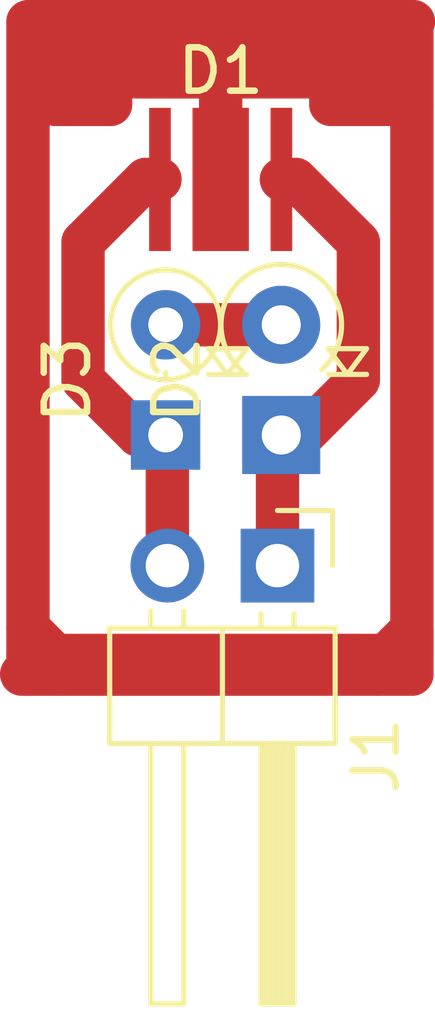
<source format=kicad_pcb>
(kicad_pcb (version 4) (host pcbnew 4.0.6)

  (general
    (links 5)
    (no_connects 0)
    (area 0 0 0 0)
    (thickness 1.6)
    (drawings 0)
    (tracks 63)
    (zones 0)
    (modules 4)
    (nets 4)
  )

  (page A4)
  (layers
    (0 F.Cu signal)
    (31 B.Cu signal)
    (32 B.Adhes user hide)
    (33 F.Adhes user hide)
    (34 B.Paste user hide)
    (35 F.Paste user hide)
    (36 B.SilkS user hide)
    (37 F.SilkS user hide)
    (38 B.Mask user hide)
    (39 F.Mask user hide)
    (40 Dwgs.User user hide)
    (41 Cmts.User user hide)
    (42 Eco1.User user hide)
    (43 Eco2.User user hide)
    (44 Edge.Cuts user hide)
    (45 Margin user hide)
    (46 B.CrtYd user hide)
    (47 F.CrtYd user hide)
    (48 B.Fab user hide)
    (49 F.Fab user hide)
  )

  (setup
    (last_trace_width 1)
    (trace_clearance 0.2)
    (zone_clearance 0.508)
    (zone_45_only no)
    (trace_min 0.2)
    (segment_width 0.2)
    (edge_width 0.15)
    (via_size 0.6)
    (via_drill 0.4)
    (via_min_size 0.4)
    (via_min_drill 0.3)
    (uvia_size 0.3)
    (uvia_drill 0.1)
    (uvias_allowed no)
    (uvia_min_size 0.2)
    (uvia_min_drill 0.1)
    (pcb_text_width 0.3)
    (pcb_text_size 1.5 1.5)
    (mod_edge_width 0.15)
    (mod_text_size 1 1)
    (mod_text_width 0.15)
    (pad_size 1.524 1.524)
    (pad_drill 0.762)
    (pad_to_mask_clearance 0.2)
    (aux_axis_origin 0 0)
    (visible_elements 7FFFFFFF)
    (pcbplotparams
      (layerselection 0x00000_80000001)
      (usegerberextensions false)
      (excludeedgelayer true)
      (linewidth 1.000000)
      (plotframeref false)
      (viasonmask false)
      (mode 1)
      (useauxorigin false)
      (hpglpennumber 1)
      (hpglpenspeed 20)
      (hpglpendiameter 15)
      (hpglpenoverlay 2)
      (psnegative false)
      (psa4output false)
      (plotreference true)
      (plotvalue true)
      (plotinvisibletext false)
      (padsonsilk false)
      (subtractmaskfromsilk false)
      (outputformat 3)
      (mirror false)
      (drillshape 2)
      (scaleselection 1)
      (outputdirectory ../../../../../../../../Desktop/))
  )

  (net 0 "")
  (net 1 "Net-(D1-Pad1)")
  (net 2 "Net-(D1-Pad2)")
  (net 3 "Net-(D2-Pad2)")

  (net_class Default "This is the default net class."
    (clearance 0.2)
    (trace_width 1)
    (via_dia 0.6)
    (via_drill 0.4)
    (uvia_dia 0.3)
    (uvia_drill 0.1)
    (add_net "Net-(D1-Pad1)")
    (add_net "Net-(D1-Pad2)")
    (add_net "Net-(D2-Pad2)")
  )

  (module Pin_Headers:Pin_Header_Angled_1x02_Pitch2.54mm (layer F.Cu) (tedit 59650532) (tstamp 596FCC6D)
    (at 149.9 113.5 270)
    (descr "Through hole angled pin header, 1x02, 2.54mm pitch, 6mm pin length, single row")
    (tags "Through hole angled pin header THT 1x02 2.54mm single row")
    (path /596FA21F)
    (fp_text reference J1 (at 4.385 -2.27 270) (layer F.SilkS)
      (effects (font (size 1 1) (thickness 0.15)))
    )
    (fp_text value CONN_01X02 (at 4.385 4.81 270) (layer F.Fab)
      (effects (font (size 1 1) (thickness 0.15)))
    )
    (fp_line (start 2.135 -1.27) (end 4.04 -1.27) (layer F.Fab) (width 0.1))
    (fp_line (start 4.04 -1.27) (end 4.04 3.81) (layer F.Fab) (width 0.1))
    (fp_line (start 4.04 3.81) (end 1.5 3.81) (layer F.Fab) (width 0.1))
    (fp_line (start 1.5 3.81) (end 1.5 -0.635) (layer F.Fab) (width 0.1))
    (fp_line (start 1.5 -0.635) (end 2.135 -1.27) (layer F.Fab) (width 0.1))
    (fp_line (start -0.32 -0.32) (end 1.5 -0.32) (layer F.Fab) (width 0.1))
    (fp_line (start -0.32 -0.32) (end -0.32 0.32) (layer F.Fab) (width 0.1))
    (fp_line (start -0.32 0.32) (end 1.5 0.32) (layer F.Fab) (width 0.1))
    (fp_line (start 4.04 -0.32) (end 10.04 -0.32) (layer F.Fab) (width 0.1))
    (fp_line (start 10.04 -0.32) (end 10.04 0.32) (layer F.Fab) (width 0.1))
    (fp_line (start 4.04 0.32) (end 10.04 0.32) (layer F.Fab) (width 0.1))
    (fp_line (start -0.32 2.22) (end 1.5 2.22) (layer F.Fab) (width 0.1))
    (fp_line (start -0.32 2.22) (end -0.32 2.86) (layer F.Fab) (width 0.1))
    (fp_line (start -0.32 2.86) (end 1.5 2.86) (layer F.Fab) (width 0.1))
    (fp_line (start 4.04 2.22) (end 10.04 2.22) (layer F.Fab) (width 0.1))
    (fp_line (start 10.04 2.22) (end 10.04 2.86) (layer F.Fab) (width 0.1))
    (fp_line (start 4.04 2.86) (end 10.04 2.86) (layer F.Fab) (width 0.1))
    (fp_line (start 1.44 -1.33) (end 1.44 3.87) (layer F.SilkS) (width 0.12))
    (fp_line (start 1.44 3.87) (end 4.1 3.87) (layer F.SilkS) (width 0.12))
    (fp_line (start 4.1 3.87) (end 4.1 -1.33) (layer F.SilkS) (width 0.12))
    (fp_line (start 4.1 -1.33) (end 1.44 -1.33) (layer F.SilkS) (width 0.12))
    (fp_line (start 4.1 -0.38) (end 10.1 -0.38) (layer F.SilkS) (width 0.12))
    (fp_line (start 10.1 -0.38) (end 10.1 0.38) (layer F.SilkS) (width 0.12))
    (fp_line (start 10.1 0.38) (end 4.1 0.38) (layer F.SilkS) (width 0.12))
    (fp_line (start 4.1 -0.32) (end 10.1 -0.32) (layer F.SilkS) (width 0.12))
    (fp_line (start 4.1 -0.2) (end 10.1 -0.2) (layer F.SilkS) (width 0.12))
    (fp_line (start 4.1 -0.08) (end 10.1 -0.08) (layer F.SilkS) (width 0.12))
    (fp_line (start 4.1 0.04) (end 10.1 0.04) (layer F.SilkS) (width 0.12))
    (fp_line (start 4.1 0.16) (end 10.1 0.16) (layer F.SilkS) (width 0.12))
    (fp_line (start 4.1 0.28) (end 10.1 0.28) (layer F.SilkS) (width 0.12))
    (fp_line (start 1.11 -0.38) (end 1.44 -0.38) (layer F.SilkS) (width 0.12))
    (fp_line (start 1.11 0.38) (end 1.44 0.38) (layer F.SilkS) (width 0.12))
    (fp_line (start 1.44 1.27) (end 4.1 1.27) (layer F.SilkS) (width 0.12))
    (fp_line (start 4.1 2.16) (end 10.1 2.16) (layer F.SilkS) (width 0.12))
    (fp_line (start 10.1 2.16) (end 10.1 2.92) (layer F.SilkS) (width 0.12))
    (fp_line (start 10.1 2.92) (end 4.1 2.92) (layer F.SilkS) (width 0.12))
    (fp_line (start 1.042929 2.16) (end 1.44 2.16) (layer F.SilkS) (width 0.12))
    (fp_line (start 1.042929 2.92) (end 1.44 2.92) (layer F.SilkS) (width 0.12))
    (fp_line (start -1.27 0) (end -1.27 -1.27) (layer F.SilkS) (width 0.12))
    (fp_line (start -1.27 -1.27) (end 0 -1.27) (layer F.SilkS) (width 0.12))
    (fp_line (start -1.8 -1.8) (end -1.8 4.35) (layer F.CrtYd) (width 0.05))
    (fp_line (start -1.8 4.35) (end 10.55 4.35) (layer F.CrtYd) (width 0.05))
    (fp_line (start 10.55 4.35) (end 10.55 -1.8) (layer F.CrtYd) (width 0.05))
    (fp_line (start 10.55 -1.8) (end -1.8 -1.8) (layer F.CrtYd) (width 0.05))
    (fp_text user %R (at 2.77 1.27 360) (layer F.Fab)
      (effects (font (size 1 1) (thickness 0.15)))
    )
    (pad 1 thru_hole rect (at 0 0 270) (size 1.7 1.7) (drill 1) (layers *.Cu *.Mask)
      (net 2 "Net-(D1-Pad2)"))
    (pad 2 thru_hole oval (at 0 2.54 270) (size 1.7 1.7) (drill 1) (layers *.Cu *.Mask)
      (net 1 "Net-(D1-Pad1)"))
    (model ${KISYS3DMOD}/Pin_Headers.3dshapes/Pin_Header_Angled_1x02_Pitch2.54mm.wrl
      (at (xyz 0 0 0))
      (scale (xyz 1 1 1))
      (rotate (xyz 0 0 0))
    )
  )

  (module LEDUV:VLMU3500 (layer F.Cu) (tedit 596FA963) (tstamp 596FCC67)
    (at 148.59 101.6)
    (path /596FA117)
    (fp_text reference D1 (at 0 0.5) (layer F.SilkS)
      (effects (font (size 1 1) (thickness 0.15)))
    )
    (fp_text value LED (at 0 -0.5) (layer F.Fab)
      (effects (font (size 1 1) (thickness 0.15)))
    )
    (pad A smd rect (at 0 3) (size 1.3 3.3) (layers F.Cu F.Paste F.Mask))
    (pad 1 smd rect (at -1.4 3) (size 0.5 3.3) (layers F.Cu F.Paste F.Mask)
      (net 1 "Net-(D1-Pad1)"))
    (pad 2 smd rect (at 1.4 3) (size 0.5 3.3) (layers F.Cu F.Paste F.Mask)
      (net 2 "Net-(D1-Pad2)"))
  )

  (module Diodes_THT:D_A-405_P2.54mm_Vertical_KathodeUp (layer F.Cu) (tedit 5921392E) (tstamp 598B4FCD)
    (at 149.987 110.49 90)
    (descr "D, A-405 series, Axial, Vertical, pin pitch=2.54mm, , length*diameter=5.2*2.7mm^2, , http://www.diodes.com/_files/packages/A-405.pdf")
    (tags "D A-405 series Axial Vertical pin pitch 2.54mm  length 5.2mm diameter 2.7mm")
    (path /598B4E49)
    (fp_text reference D2 (at 1.27 -2.41 90) (layer F.SilkS)
      (effects (font (size 1 1) (thickness 0.15)))
    )
    (fp_text value D_Zener (at 1.27 3.299 90) (layer F.Fab)
      (effects (font (size 1 1) (thickness 0.15)))
    )
    (fp_text user K (at -1.6 0 90) (layer F.Fab)
      (effects (font (size 1 1) (thickness 0.15)))
    )
    (fp_text user %R (at 1.27 0 90) (layer F.Fab)
      (effects (font (size 1 1) (thickness 0.15)))
    )
    (fp_line (start 0 0) (end 2.54 0) (layer F.Fab) (width 0.1))
    (fp_line (start 1.397 1.08) (end 1.397 1.969) (layer F.SilkS) (width 0.12))
    (fp_line (start 1.397 1.5245) (end 1.989667 1.08) (layer F.SilkS) (width 0.12))
    (fp_line (start 1.989667 1.08) (end 1.989667 1.969) (layer F.SilkS) (width 0.12))
    (fp_line (start 1.989667 1.969) (end 1.397 1.5245) (layer F.SilkS) (width 0.12))
    (fp_line (start -1.25 -1.7) (end -1.25 1.7) (layer F.CrtYd) (width 0.05))
    (fp_line (start -1.25 1.7) (end 4.2 1.7) (layer F.CrtYd) (width 0.05))
    (fp_line (start 4.2 1.7) (end 4.2 -1.7) (layer F.CrtYd) (width 0.05))
    (fp_line (start 4.2 -1.7) (end -1.25 -1.7) (layer F.CrtYd) (width 0.05))
    (fp_circle (center 2.54 0) (end 3.89 0) (layer F.Fab) (width 0.1))
    (fp_arc (start 2.54 0) (end 1.480189 -0.9) (angle 277.5) (layer F.SilkS) (width 0.12))
    (pad 1 thru_hole rect (at 0 0 90) (size 1.8 1.8) (drill 0.9) (layers *.Cu *.Mask)
      (net 2 "Net-(D1-Pad2)"))
    (pad 2 thru_hole oval (at 2.54 0 90) (size 1.8 1.8) (drill 0.9) (layers *.Cu *.Mask)
      (net 3 "Net-(D2-Pad2)"))
    (model ${KISYS3DMOD}/Diodes_THT.3dshapes/D_A-405_P2.54mm_Vertical_KathodeUp.wrl
      (at (xyz 0 0 0))
      (scale (xyz 0.393701 0.393701 0.393701))
      (rotate (xyz 0 0 0))
    )
  )

  (module Diodes_THT:D_DO-35_SOD27_P2.54mm_Vertical_KathodeUp (layer F.Cu) (tedit 5921392E) (tstamp 598B4FE1)
    (at 147.32 110.49 90)
    (descr "D, DO-35_SOD27 series, Axial, Vertical, pin pitch=2.54mm, , length*diameter=4*2mm^2, , http://www.diodes.com/_files/packages/DO-35.pdf")
    (tags "D DO-35_SOD27 series Axial Vertical pin pitch 2.54mm  length 4mm diameter 2mm")
    (path /598B4ED9)
    (fp_text reference D3 (at 1.27 -2.266371 90) (layer F.SilkS)
      (effects (font (size 1 1) (thickness 0.15)))
    )
    (fp_text value D_Zener (at 1.27 3.155371 90) (layer F.Fab)
      (effects (font (size 1 1) (thickness 0.15)))
    )
    (fp_text user K (at -1.5 0 90) (layer F.Fab)
      (effects (font (size 1 1) (thickness 0.15)))
    )
    (fp_text user %R (at 1.27 0 90) (layer F.Fab)
      (effects (font (size 1 1) (thickness 0.15)))
    )
    (fp_line (start 0 0) (end 2.54 0) (layer F.Fab) (width 0.1))
    (fp_line (start 1.266371 0) (end 1.44 0) (layer F.SilkS) (width 0.12))
    (fp_line (start 1.397 0.98) (end 1.397 1.869) (layer F.SilkS) (width 0.12))
    (fp_line (start 1.397 1.4245) (end 1.989667 0.98) (layer F.SilkS) (width 0.12))
    (fp_line (start 1.989667 0.98) (end 1.989667 1.869) (layer F.SilkS) (width 0.12))
    (fp_line (start 1.989667 1.869) (end 1.397 1.4245) (layer F.SilkS) (width 0.12))
    (fp_line (start -1.15 -1.55) (end -1.15 1.55) (layer F.CrtYd) (width 0.05))
    (fp_line (start -1.15 1.55) (end 3.85 1.55) (layer F.CrtYd) (width 0.05))
    (fp_line (start 3.85 1.55) (end 3.85 -1.55) (layer F.CrtYd) (width 0.05))
    (fp_line (start 3.85 -1.55) (end -1.15 -1.55) (layer F.CrtYd) (width 0.05))
    (fp_circle (center 2.54 0) (end 3.54 0) (layer F.Fab) (width 0.1))
    (fp_circle (center 2.54 0) (end 3.806371 0) (layer F.SilkS) (width 0.12))
    (pad 1 thru_hole rect (at 0 0 90) (size 1.6 1.6) (drill 0.8) (layers *.Cu *.Mask)
      (net 1 "Net-(D1-Pad1)"))
    (pad 2 thru_hole oval (at 2.54 0 90) (size 1.6 1.6) (drill 0.8) (layers *.Cu *.Mask)
      (net 3 "Net-(D2-Pad2)"))
    (model ${KISYS3DMOD}/Diodes_THT.3dshapes/D_DO-35_SOD27_P2.54mm_Vertical_KathodeUp.wrl
      (at (xyz 0 0 0))
      (scale (xyz 0.393701 0.393701 0.393701))
      (rotate (xyz 0 0 0))
    )
  )

  (segment (start 144.78 115.57) (end 144.145 114.935) (width 1) (layer F.Cu) (net 0))
  (segment (start 145.415 115.57) (end 153 115.57) (width 1) (layer F.Cu) (net 0))
  (segment (start 153 115.57) (end 153 114.97) (width 1) (layer F.Cu) (net 0) (tstamp 598B5368))
  (segment (start 144.145 115.57) (end 144.78 115.57) (width 1) (layer F.Cu) (net 0))
  (segment (start 144.78 115.57) (end 145.415 115.57) (width 1) (layer F.Cu) (net 0) (tstamp 598B536F))
  (segment (start 153 116) (end 152.195 116) (width 1) (layer F.Cu) (net 0))
  (segment (start 152.195 116) (end 152.0825 115.8875) (width 1) (layer F.Cu) (net 0) (tstamp 598B5361))
  (segment (start 153 116) (end 153 114.97) (width 1) (layer F.Cu) (net 0))
  (segment (start 152.0825 115.8875) (end 152.195 116) (width 1) (layer F.Cu) (net 0) (tstamp 598B535E))
  (segment (start 153 114.97) (end 152.0825 115.8875) (width 1) (layer F.Cu) (net 0) (tstamp 598B535D))
  (segment (start 151.765 102.87) (end 153 102.87) (width 1) (layer F.Cu) (net 0))
  (segment (start 152.4 102.27) (end 152.4 101.6) (width 1) (layer F.Cu) (net 0) (tstamp 598B5350))
  (segment (start 153 102.87) (end 152.4 102.27) (width 1) (layer F.Cu) (net 0) (tstamp 598B534F))
  (segment (start 146.05 102.87) (end 144.78 102.87) (width 1) (layer F.Cu) (net 0))
  (segment (start 144.78 102.87) (end 144.78 100.965) (width 1) (layer F.Cu) (net 0))
  (segment (start 145.415 100.965) (end 145.415 101.6) (width 1) (layer F.Cu) (net 0))
  (segment (start 151.765 100.965) (end 151.765 101.6) (width 1) (layer F.Cu) (net 0))
  (segment (start 144.78 116) (end 144.985 116) (width 1) (layer F.Cu) (net 0))
  (segment (start 144.985 116) (end 145.415 115.57) (width 1) (layer F.Cu) (net 0) (tstamp 598B531E))
  (segment (start 151.765 115.57) (end 152.195 116) (width 1) (layer F.Cu) (net 0) (tstamp 598B5323))
  (segment (start 145.415 115.57) (end 151.765 115.57) (width 1) (layer F.Cu) (net 0) (tstamp 598B5320))
  (segment (start 151.765 102.87) (end 151.765 101.6) (width 1) (layer F.Cu) (net 0))
  (segment (start 145.415 101.6) (end 151.765 101.6) (width 1) (layer F.Cu) (net 0))
  (segment (start 145.415 101.6) (end 145.415 102.87) (width 1) (layer F.Cu) (net 0))
  (segment (start 150.495 102.235) (end 151.765 102.235) (width 1) (layer F.Cu) (net 0))
  (segment (start 146.685 102.235) (end 150.495 102.235) (width 1) (layer F.Cu) (net 0))
  (segment (start 151.13 102.87) (end 151.13 102.235) (width 1) (layer F.Cu) (net 0) (tstamp 598B52F2))
  (segment (start 151.765 102.87) (end 151.13 102.87) (width 1) (layer F.Cu) (net 0) (tstamp 598B52F1))
  (segment (start 151.765 102.235) (end 151.765 102.87) (width 1) (layer F.Cu) (net 0) (tstamp 598B52F0))
  (segment (start 146.685 102.235) (end 145.415 102.235) (width 1) (layer F.Cu) (net 0))
  (segment (start 145.415 102.235) (end 145.415 102.87) (width 1) (layer F.Cu) (net 0) (tstamp 598B52EB))
  (segment (start 146.05 102.87) (end 146.05 102.235) (width 1) (layer F.Cu) (net 0) (tstamp 598B52ED))
  (segment (start 145.415 102.87) (end 146.05 102.87) (width 1) (layer F.Cu) (net 0) (tstamp 598B52EC))
  (segment (start 148.59 102.235) (end 148.59 104.6) (width 1) (layer F.Cu) (net 0))
  (segment (start 146.685 102.235) (end 148.59 102.235) (width 1) (layer F.Cu) (net 0))
  (segment (start 144.145 116) (end 144.145 115.57) (width 1) (layer F.Cu) (net 0))
  (segment (start 144.145 115.57) (end 144.145 114.935) (width 1) (layer F.Cu) (net 0) (tstamp 598B5364))
  (segment (start 144.145 114.935) (end 144.145 100.965) (width 1) (layer F.Cu) (net 0) (tstamp 598B5373))
  (segment (start 144.145 100.965) (end 144.78 100.965) (width 1) (layer F.Cu) (net 0) (tstamp 598B5277))
  (segment (start 153 116) (end 153 116) (width 1) (layer F.Cu) (net 0) (tstamp 596FD160))
  (segment (start 153 101) (end 153 116) (width 1) (layer F.Cu) (net 0) (tstamp 598B5280))
  (segment (start 153.035 100.965) (end 153 101) (width 1) (layer F.Cu) (net 0) (tstamp 598B527C))
  (segment (start 144.78 100.965) (end 145.415 100.965) (width 1) (layer F.Cu) (net 0) (tstamp 598B5349))
  (segment (start 145.415 100.965) (end 151.765 100.965) (width 1) (layer F.Cu) (net 0) (tstamp 598B5338))
  (segment (start 151.765 100.965) (end 153.035 100.965) (width 1) (layer F.Cu) (net 0) (tstamp 598B5334))
  (segment (start 144 116) (end 144.145 116) (width 1) (layer F.Cu) (net 0) (tstamp 598B5275))
  (segment (start 152.195 116) (end 144.78 116) (width 1) (layer F.Cu) (net 0) (tstamp 598B5326))
  (segment (start 144.78 116) (end 144.145 116) (width 1) (layer F.Cu) (net 0) (tstamp 598B531C))
  (segment (start 147.32 110.49) (end 146.685 110.49) (width 1) (layer F.Cu) (net 1))
  (segment (start 146.685 110.49) (end 145.415 109.22) (width 1) (layer F.Cu) (net 1) (tstamp 598B519C))
  (segment (start 146.86 104.6) (end 147.19 104.6) (width 1) (layer F.Cu) (net 1) (tstamp 598B519F))
  (segment (start 145.415 106.045) (end 146.86 104.6) (width 1) (layer F.Cu) (net 1) (tstamp 598B519E))
  (segment (start 145.415 109.22) (end 145.415 106.045) (width 1) (layer F.Cu) (net 1) (tstamp 598B519D))
  (segment (start 147.36 113.5) (end 147.36 110.53) (width 1) (layer F.Cu) (net 1))
  (segment (start 147.36 110.53) (end 147.32 110.49) (width 1) (layer F.Cu) (net 1) (tstamp 598B517D))
  (segment (start 149.987 110.49) (end 150.495 110.49) (width 1) (layer F.Cu) (net 2))
  (segment (start 150.495 110.49) (end 151.765 109.22) (width 1) (layer F.Cu) (net 2) (tstamp 598B525F))
  (segment (start 150.32 104.6) (end 149.99 104.6) (width 1) (layer F.Cu) (net 2) (tstamp 598B51C6))
  (segment (start 151.765 106.045) (end 150.32 104.6) (width 1) (layer F.Cu) (net 2) (tstamp 598B5267))
  (segment (start 151.765 109.22) (end 151.765 106.045) (width 1) (layer F.Cu) (net 2) (tstamp 598B5263))
  (segment (start 149.9 113.5) (end 149.9 110.577) (width 1) (layer F.Cu) (net 2))
  (segment (start 149.9 110.577) (end 149.987 110.49) (width 1) (layer F.Cu) (net 2) (tstamp 598B5180))
  (segment (start 147.32 107.95) (end 149.987 107.95) (width 1) (layer F.Cu) (net 3))

)

</source>
